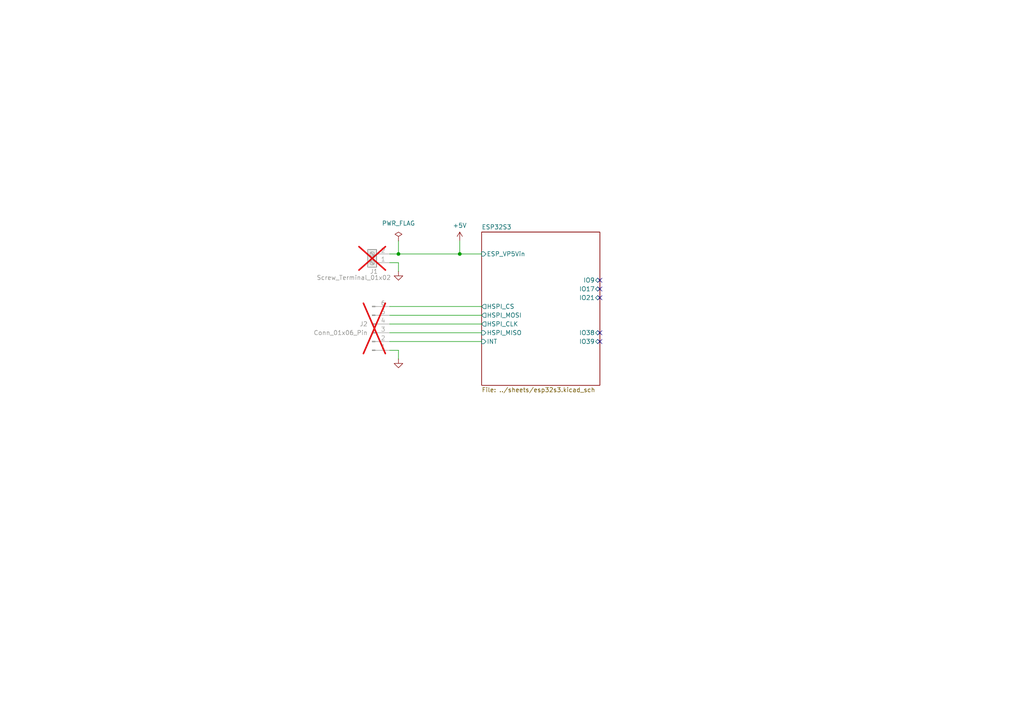
<source format=kicad_sch>
(kicad_sch (version 20250114) (generator "eeschema") (generator_version "9.0")
  (paper "A4")
  (title_block (title "ZeDMD ESP32-S3 (N16R8) basic") (rev "1.0") (company "elabree"))
  (lib_symbols
    (symbol "Connector:Conn_01x06_Pin" (pin_names (offset 1.016) (hide yes))
      (property "Reference" "J" (at 0 7.62 0))
      (property "Value" "Conn_01x06_Pin" (at 0 -10.16 0))
      (symbol "Conn_01x06_Pin_1_1"
        (rectangle (start 0.8636 5.207) (end 0 4.953) (stroke (width 0.1524)) (fill (type outline)))
        (rectangle (start 0.8636 2.667) (end 0 2.413) (stroke (width 0.1524)) (fill (type outline)))
        (rectangle (start 0.8636 0.127) (end 0 -0.127) (stroke (width 0.1524)) (fill (type outline)))
        (rectangle (start 0.8636 -2.413) (end 0 -2.667) (stroke (width 0.1524)) (fill (type outline)))
        (rectangle (start 0.8636 -4.953) (end 0 -5.207) (stroke (width 0.1524)) (fill (type outline)))
        (rectangle (start 0.8636 -7.493) (end 0 -7.747) (stroke (width 0.1524)) (fill (type outline)))
        (polyline (pts (xy 1.27 5.08) (xy 0.8636 5.08)) (stroke (width 0.1524)))
        (polyline (pts (xy 1.27 2.54) (xy 0.8636 2.54)) (stroke (width 0.1524)))
        (polyline (pts (xy 1.27 0) (xy 0.8636 0)) (stroke (width 0.1524)))
        (polyline (pts (xy 1.27 -2.54) (xy 0.8636 -2.54)) (stroke (width 0.1524)))
        (polyline (pts (xy 1.27 -5.08) (xy 0.8636 -5.08)) (stroke (width 0.1524)))
        (polyline (pts (xy 1.27 -7.62) (xy 0.8636 -7.62)) (stroke (width 0.1524)))
        (pin passive line (at 5.08 5.08 180) (length 3.81) (name "Pin_1") (number "1"))
        (pin passive line (at 5.08 2.54 180) (length 3.81) (name "Pin_2") (number "2"))
        (pin passive line (at 5.08 0 180) (length 3.81) (name "Pin_3") (number "3"))
        (pin passive line (at 5.08 -2.54 180) (length 3.81) (name "Pin_4") (number "4"))
        (pin passive line (at 5.08 -5.08 180) (length 3.81) (name "Pin_5") (number "5"))
        (pin passive line (at 5.08 -7.62 180) (length 3.81) (name "Pin_6") (number "6"))
      )
    )
    (symbol "Connector:Screw_Terminal_01x02" (pin_names (offset 1.016) (hide yes))
      (property "Reference" "J" (at 0 2.54 0))
      (property "Value" "Screw_Terminal_01x02" (at 0 -5.08 0))
      (symbol "Screw_Terminal_01x02_1_1"
        (rectangle (start -1.27 1.27) (end 1.27 -3.81) (stroke (width 0.254)) (fill (type background)))
        (polyline (pts (xy -0.5334 0.3302) (xy 0.3302 -0.508)) (stroke (width 0.1524)))
        (polyline (pts (xy -0.5334 -2.2098) (xy 0.3302 -3.048)) (stroke (width 0.1524)))
        (polyline (pts (xy -0.3556 0.508) (xy 0.508 -0.3302)) (stroke (width 0.1524)))
        (polyline (pts (xy -0.3556 -2.032) (xy 0.508 -2.8702)) (stroke (width 0.1524)))
        (circle (center 0 0) (radius 0.635) (stroke (width 0.1524)))
        (circle (center 0 -2.54) (radius 0.635) (stroke (width 0.1524)))
        (pin passive line (at -5.08 0 0) (length 3.81) (name "Pin_1") (number "1"))
        (pin passive line (at -5.08 -2.54 0) (length 3.81) (name "Pin_2") (number "2"))
      )
    )
    (symbol "power:+5V" (power) (pin_numbers (hide yes)) (pin_names (offset 0) (hide yes))
      (property "Value" "+5V" (at 0 3.556 0))
      (symbol "+5V_0_1"
        (polyline (pts (xy -0.762 1.27) (xy 0 2.54)))
        (polyline (pts (xy 0 2.54) (xy 0.762 1.27)))
        (polyline (pts (xy 0 0) (xy 0 2.54)))
      )
      (symbol "+5V_1_1"
        (pin power_in line (at 0 0 90) (length 0) (name "~") (number "1"))
      )
    )
    (symbol "power:GND" (power) (pin_numbers (hide yes)) (pin_names (offset 0) (hide yes))
      (property "Value" "GND" (at 0 -3.81 0))
      (symbol "GND_0_1"
        (polyline (pts (xy 0 0) (xy 0 -1.27) (xy 1.27 -1.27) (xy 0 -2.54) (xy -1.27 -1.27) (xy 0 -1.27)))
      )
      (symbol "GND_1_1"
        (pin power_in line (at 0 0 270) (length 0) (name "~") (number "1"))
      )
    )
    (symbol "power:PWR_FLAG" (power) (pin_numbers (hide yes)) (pin_names (offset 0) (hide yes))
      (property "Value" "PWR_FLAG" (at 0 3.81 0))
      (symbol "PWR_FLAG_0_0"
        (pin power_out line (at 0 0 90) (length 0) (name "~") (number "1"))
      )
      (symbol "PWR_FLAG_0_1"
        (polyline (pts (xy 0 0) (xy 0 1.27) (xy -1.016 1.905) (xy 0 2.54) (xy 1.016 1.905) (xy 0 1.27)))
      )
    )
  )
  (junction (at 133.35 73.66))
  (junction (at 115.57 73.66))
  (no_connect (at 173.99 83.82))
  (no_connect (at 173.99 81.28))
  (no_connect (at 173.99 96.52))
  (no_connect (at 173.99 99.06))
  (no_connect (at 173.99 86.36))
  (wire (pts (xy 133.35 73.66) (xy 139.7 73.66)))
  (wire (pts (xy 113.03 96.52) (xy 139.7 96.52)))
  (wire (pts (xy 115.57 73.66) (xy 133.35 73.66)))
  (wire (pts (xy 115.57 69.85) (xy 115.57 73.66)))
  (wire (pts (xy 113.03 99.06) (xy 139.7 99.06)))
  (wire (pts (xy 115.57 101.6) (xy 113.03 101.6)))
  (wire (pts (xy 133.35 69.85) (xy 133.35 73.66)))
  (wire (pts (xy 113.03 76.2) (xy 115.57 76.2)))
  (wire (pts (xy 115.57 101.6) (xy 115.57 104.14)))
  (wire (pts (xy 113.03 73.66) (xy 115.57 73.66)))
  (wire (pts (xy 113.03 91.44) (xy 139.7 91.44)))
  (wire (pts (xy 115.57 76.2) (xy 115.57 78.74)))
  (wire (pts (xy 113.03 88.9) (xy 139.7 88.9)))
  (wire (pts (xy 113.03 93.98) (xy 139.7 93.98)))
  (symbol (lib_id "power:PWR_FLAG") (at 115.57 69.85 0) (unit 1)
    (property "Reference" "#FLG01" (effects (hide yes)))
    (property "Value" "PWR_FLAG" (at 115.57 64.77 0))
    (property "Description" "Special symbol for telling ERC where power comes from" (effects (hide yes)))
  )
  (symbol (lib_id "power:+5V") (at 133.35 69.85 0) (unit 1)
    (property "Reference" "#PWR03" (effects (hide yes)))
    (property "Value" "+5V" (at 133.35 65.405 0))
    (property "Description" "Power symbol creates a global label with name \"+5V\"" (effects (hide yes)))
  )
  (symbol (lib_id "power:GND") (at 115.57 104.14 0) (unit 1)
    (property "Reference" "#PWR02" (effects (hide yes)))
    (property "Value" "GND" (effects (hide yes)))
    (property "Description" "Power symbol creates a global label with name \"GND\" , ground" (effects (hide yes)))
  )
  (symbol (lib_id "Connector:Screw_Terminal_01x02") (at 107.95 76.2 180) (unit 1) (dnp yes)
    (property "Reference" "J1" (at 108.458 78.74 0))
    (property "Value" "Screw_Terminal_01x02" (at 102.616 80.518 0))
    (property "Footprint" "TerminalBlock_Phoenix:TerminalBlock_Phoenix_MKDS-1,5-2-5.08_1x02_P5.08mm_Horizontal" (effects (hide yes)))
    (property "Description" "Generic screw terminal, single row, 01x02, script generated (kicad-library-utils/schlib/autogen/connector/)" (effects (hide yes)))
  )
  (symbol (lib_id "Connector:Conn_01x06_Pin") (at 107.95 96.52 0) (mirror x) (unit 1) (dnp yes)
    (property "Reference" "J2" (at 106.68 93.9799 0) (effects (justify right)))
    (property "Value" "Conn_01x06_Pin" (at 106.68 96.5199 0) (effects (justify right)))
    (property "Footprint" "Connector_PinHeader_2.54mm:PinHeader_1x06_P2.54mm_Vertical" (effects (hide yes)))
    (property "Description" "Generic connector, single row, 01x06, script generated" (effects (hide yes)))
  )
  (symbol (lib_id "power:GND") (at 115.57 78.74 0) (unit 1)
    (property "Reference" "#PWR01" (effects (hide yes)))
    (property "Value" "GND" (effects (hide yes)))
    (property "Description" "Power symbol creates a global label with name \"GND\" , ground" (effects (hide yes)))
  )
  (sheet (at 139.7 67.31) (size 34.29 44.45) (stroke (width 0.1524))
    (property "Sheetname" "ESP32S3" (at 139.7 66.5984 0) (effects (justify left bottom)))
    (property "Sheetfile" "../sheets/esp32s3.kicad_sch" (at 139.7 112.3446 0) (effects (justify left top)))
    (pin "ESP_VP5Vin" input (at 139.7 73.66 180))
    (pin "HSPI_CLK" output (at 139.7 93.98 180))
    (pin "HSPI_CS" output (at 139.7 88.9 180))
    (pin "HSPI_MISO" input (at 139.7 96.52 180))
    (pin "HSPI_MOSI" output (at 139.7 91.44 180))
    (pin "INT" input (at 139.7 99.06 180))
    (pin "IO9" bidirectional (at 173.99 81.28 0))
    (pin "IO17" bidirectional (at 173.99 83.82 0))
    (pin "IO21" bidirectional (at 173.99 86.36 0))
    (pin "IO38" bidirectional (at 173.99 96.52 0))
    (pin "IO39" bidirectional (at 173.99 99.06 0))
  )
)
</source>
